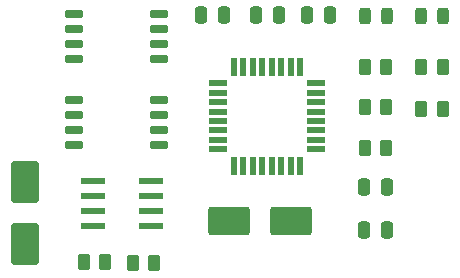
<source format=gtp>
%TF.GenerationSoftware,KiCad,Pcbnew,9.0.5*%
%TF.CreationDate,2025-10-30T12:00:21+09:00*%
%TF.ProjectId,MCU_Datalogger,4d43555f-4461-4746-916c-6f676765722e,1*%
%TF.SameCoordinates,Original*%
%TF.FileFunction,Paste,Top*%
%TF.FilePolarity,Positive*%
%FSLAX46Y46*%
G04 Gerber Fmt 4.6, Leading zero omitted, Abs format (unit mm)*
G04 Created by KiCad (PCBNEW 9.0.5) date 2025-10-30 12:00:21*
%MOMM*%
%LPD*%
G01*
G04 APERTURE LIST*
G04 Aperture macros list*
%AMRoundRect*
0 Rectangle with rounded corners*
0 $1 Rounding radius*
0 $2 $3 $4 $5 $6 $7 $8 $9 X,Y pos of 4 corners*
0 Add a 4 corners polygon primitive as box body*
4,1,4,$2,$3,$4,$5,$6,$7,$8,$9,$2,$3,0*
0 Add four circle primitives for the rounded corners*
1,1,$1+$1,$2,$3*
1,1,$1+$1,$4,$5*
1,1,$1+$1,$6,$7*
1,1,$1+$1,$8,$9*
0 Add four rect primitives between the rounded corners*
20,1,$1+$1,$2,$3,$4,$5,0*
20,1,$1+$1,$4,$5,$6,$7,0*
20,1,$1+$1,$6,$7,$8,$9,0*
20,1,$1+$1,$8,$9,$2,$3,0*%
G04 Aperture macros list end*
%ADD10RoundRect,0.068750X-0.206250X-0.666250X0.206250X-0.666250X0.206250X0.666250X-0.206250X0.666250X0*%
%ADD11RoundRect,0.068750X-0.666250X-0.206250X0.666250X-0.206250X0.666250X0.206250X-0.666250X0.206250X0*%
%ADD12RoundRect,0.250000X-0.250000X-0.475000X0.250000X-0.475000X0.250000X0.475000X-0.250000X0.475000X0*%
%ADD13RoundRect,0.243750X-0.243750X-0.456250X0.243750X-0.456250X0.243750X0.456250X-0.243750X0.456250X0*%
%ADD14RoundRect,0.073750X-0.911250X-0.221250X0.911250X-0.221250X0.911250X0.221250X-0.911250X0.221250X0*%
%ADD15RoundRect,0.250000X-0.262500X-0.450000X0.262500X-0.450000X0.262500X0.450000X-0.262500X0.450000X0*%
%ADD16RoundRect,0.150000X-0.650000X-0.150000X0.650000X-0.150000X0.650000X0.150000X-0.650000X0.150000X0*%
%ADD17RoundRect,0.250000X0.250000X0.475000X-0.250000X0.475000X-0.250000X-0.475000X0.250000X-0.475000X0*%
%ADD18RoundRect,0.250000X0.262500X0.450000X-0.262500X0.450000X-0.262500X-0.450000X0.262500X-0.450000X0*%
%ADD19RoundRect,0.250001X1.499999X0.949999X-1.499999X0.949999X-1.499999X-0.949999X1.499999X-0.949999X0*%
%ADD20RoundRect,0.250001X0.949999X-1.499999X0.949999X1.499999X-0.949999X1.499999X-0.949999X-1.499999X0*%
G04 APERTURE END LIST*
D10*
%TO.C,U4*%
X158959500Y-66456000D03*
X159759500Y-66456000D03*
X160559500Y-66456000D03*
X161359500Y-66456000D03*
X162159500Y-66456000D03*
X162959500Y-66456000D03*
X163759500Y-66456000D03*
X164559500Y-66456000D03*
D11*
X165929500Y-67826000D03*
X165929500Y-68626000D03*
X165929500Y-69426000D03*
X165929500Y-70226000D03*
X165929500Y-71026000D03*
X165929500Y-71826000D03*
X165929500Y-72626000D03*
X165929500Y-73426000D03*
D10*
X164559500Y-74796000D03*
X163759500Y-74796000D03*
X162959500Y-74796000D03*
X162159500Y-74796000D03*
X161359500Y-74796000D03*
X160559500Y-74796000D03*
X159759500Y-74796000D03*
X158959500Y-74796000D03*
D11*
X157589500Y-73426000D03*
X157589500Y-72626000D03*
X157589500Y-71826000D03*
X157589500Y-71026000D03*
X157589500Y-70226000D03*
X157589500Y-69426000D03*
X157589500Y-68626000D03*
X157589500Y-67826000D03*
%TD*%
D12*
%TO.C,C5*%
X165167000Y-62088000D03*
X167067000Y-62088000D03*
%TD*%
D13*
%TO.C,D2*%
X170049000Y-62103000D03*
X171924000Y-62103000D03*
%TD*%
D14*
%TO.C,U2*%
X147004000Y-76073000D03*
X147004000Y-77343000D03*
X147004000Y-78613000D03*
X147004000Y-79883000D03*
X151954000Y-79883000D03*
X151954000Y-78613000D03*
X151954000Y-77343000D03*
X151954000Y-76073000D03*
%TD*%
D15*
%TO.C,R7*%
X170054000Y-66421000D03*
X171879000Y-66421000D03*
%TD*%
D16*
%TO.C,U1*%
X145424000Y-69215000D03*
X145424000Y-70485000D03*
X145424000Y-71755000D03*
X145424000Y-73025000D03*
X152624000Y-73025000D03*
X152624000Y-71755000D03*
X152624000Y-70485000D03*
X152624000Y-69215000D03*
%TD*%
D12*
%TO.C,C1*%
X156211000Y-62088000D03*
X158111000Y-62088000D03*
%TD*%
D17*
%TO.C,C2*%
X171916500Y-76581000D03*
X170016500Y-76581000D03*
%TD*%
D18*
%TO.C,R4*%
X171879000Y-69850000D03*
X170054000Y-69850000D03*
%TD*%
D19*
%TO.C,Y2*%
X163763000Y-79502000D03*
X158563000Y-79502000D03*
%TD*%
D12*
%TO.C,C3*%
X160849000Y-62088000D03*
X162749000Y-62088000D03*
%TD*%
D17*
%TO.C,C4*%
X171916500Y-80264000D03*
X170016500Y-80264000D03*
%TD*%
D16*
%TO.C,U3*%
X145424000Y-61976000D03*
X145424000Y-63246000D03*
X145424000Y-64516000D03*
X145424000Y-65786000D03*
X152624000Y-65786000D03*
X152624000Y-64516000D03*
X152624000Y-63246000D03*
X152624000Y-61976000D03*
%TD*%
D13*
%TO.C,D1*%
X174827000Y-62103000D03*
X176702000Y-62103000D03*
%TD*%
D20*
%TO.C,Y1*%
X141286000Y-81407000D03*
X141286000Y-76207000D03*
%TD*%
D15*
%TO.C,R6*%
X174832000Y-69977000D03*
X176657000Y-69977000D03*
%TD*%
%TO.C,R1*%
X146239000Y-82931000D03*
X148064000Y-82931000D03*
%TD*%
D18*
%TO.C,R2*%
X152208000Y-83058000D03*
X150383000Y-83058000D03*
%TD*%
%TO.C,R3*%
X171879000Y-73279000D03*
X170054000Y-73279000D03*
%TD*%
%TO.C,R5*%
X176657000Y-66421000D03*
X174832000Y-66421000D03*
%TD*%
M02*

</source>
